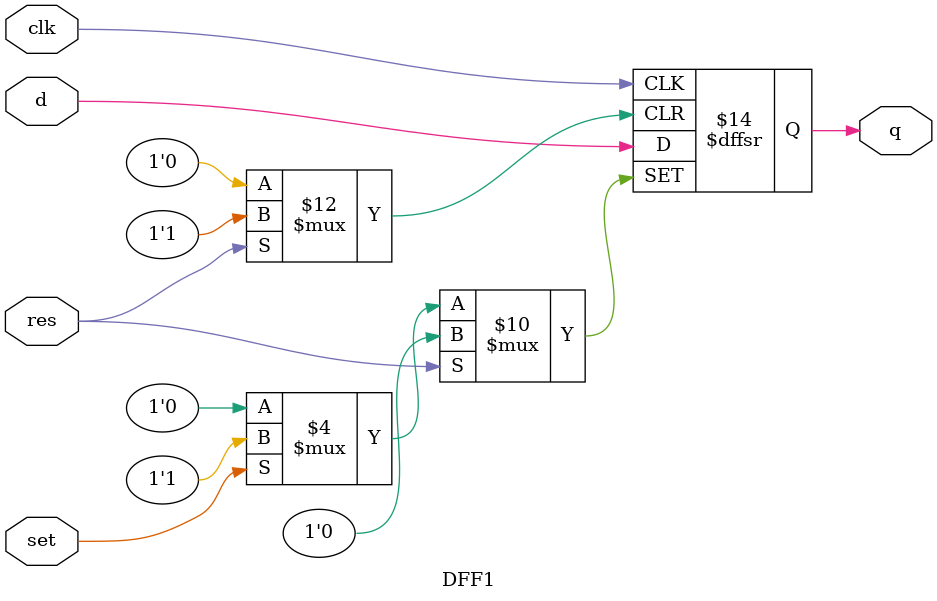
<source format=v>
`timescale 1ns / 1ps
module DFF1(d, clk, res, set, q);
input d, clk, res, set; 
output reg q;

always @ ( posedge clk or posedge set or posedge res) begin
 if (res) begin q <= 1'b0; end
 else if (set) begin q<= 1'b1;end
 else begin q <= d; end
end
 
endmodule

</source>
